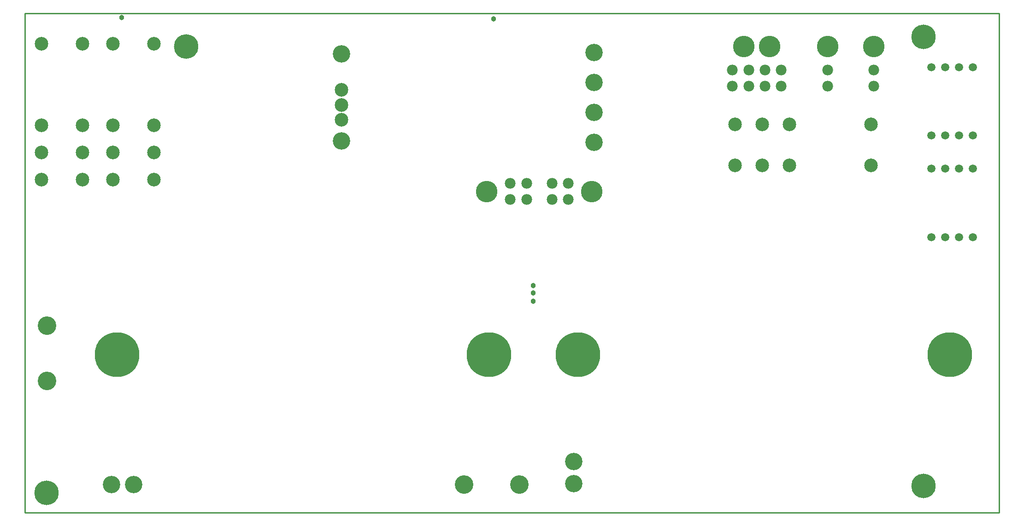
<source format=gbs>
G04*
G04 #@! TF.GenerationSoftware,Altium Limited,Altium Designer,18.1.11 (251)*
G04*
G04 Layer_Color=16711935*
%FSLAX25Y25*%
%MOIN*%
G70*
G01*
G75*
%ADD10C,0.01000*%
%ADD31C,0.03800*%
%ADD45C,0.07800*%
%ADD46C,0.15600*%
%ADD47C,0.12611*%
%ADD48C,0.13398*%
%ADD49C,0.09855*%
%ADD50C,0.17729*%
%ADD51C,0.05918*%
%ADD52C,0.32296*%
D10*
X107000Y131500D02*
Y493000D01*
Y131500D02*
X811500D01*
Y493000D01*
X107000D02*
X811500D01*
D31*
X445800Y488800D02*
D03*
X177000Y489800D02*
D03*
X474500Y290500D02*
D03*
Y284500D02*
D03*
Y296000D02*
D03*
D45*
X488200Y358200D02*
D03*
Y370000D02*
D03*
X500000D02*
D03*
Y358200D02*
D03*
X469800Y370000D02*
D03*
Y358200D02*
D03*
X458000D02*
D03*
Y370000D02*
D03*
X630400Y440200D02*
D03*
X618600D02*
D03*
Y452000D02*
D03*
X630400D02*
D03*
X654000D02*
D03*
X642200D02*
D03*
Y440200D02*
D03*
X654000D02*
D03*
X687500D02*
D03*
Y452000D02*
D03*
X721000D02*
D03*
Y440200D02*
D03*
D46*
X517000Y364100D02*
D03*
X441000D02*
D03*
X627000Y469000D02*
D03*
X645500D02*
D03*
X687500D02*
D03*
X721000D02*
D03*
D47*
X185500Y152000D02*
D03*
X169500D02*
D03*
X504000Y152500D02*
D03*
Y168500D02*
D03*
X336000Y400600D02*
D03*
Y463592D02*
D03*
X518598Y442923D02*
D03*
Y464576D02*
D03*
Y421269D02*
D03*
Y399616D02*
D03*
D48*
X424500Y152000D02*
D03*
X464657D02*
D03*
X123000Y226842D02*
D03*
Y267000D02*
D03*
D49*
X336000Y426663D02*
D03*
Y437529D02*
D03*
Y415836D02*
D03*
X620575Y412500D02*
D03*
X640260D02*
D03*
X719000D02*
D03*
X659945D02*
D03*
X620575Y382972D02*
D03*
X640260D02*
D03*
X659945D02*
D03*
X719000D02*
D03*
X118972Y372630D02*
D03*
Y392315D02*
D03*
Y471055D02*
D03*
Y412000D02*
D03*
X148500Y372630D02*
D03*
Y392315D02*
D03*
Y412000D02*
D03*
Y471055D02*
D03*
X170500Y372630D02*
D03*
Y392315D02*
D03*
Y471055D02*
D03*
Y412000D02*
D03*
X200028Y372630D02*
D03*
Y392315D02*
D03*
Y412000D02*
D03*
Y471055D02*
D03*
D50*
X122500Y146000D02*
D03*
X757000Y151000D02*
D03*
X223400Y469100D02*
D03*
X757000Y476000D02*
D03*
D51*
X792500Y404591D02*
D03*
Y454000D02*
D03*
X782500Y404591D02*
D03*
X772500D02*
D03*
X762500D02*
D03*
X782500Y454000D02*
D03*
X772500D02*
D03*
X762500D02*
D03*
X792500Y331090D02*
D03*
Y380500D02*
D03*
X782500Y331090D02*
D03*
X772500D02*
D03*
X762500D02*
D03*
X782500Y380500D02*
D03*
X772500D02*
D03*
X762500D02*
D03*
D52*
X442500Y246000D02*
D03*
X173602D02*
D03*
X775898D02*
D03*
X507000D02*
D03*
M02*

</source>
